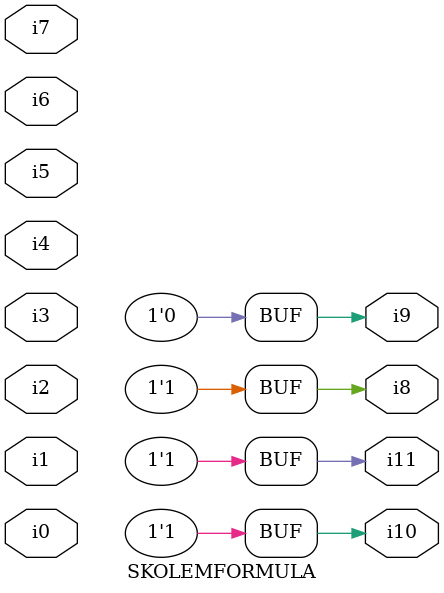
<source format=v>

module SKOLEMFORMULA ( 
    i0, i1, i2, i3, i4, i5, i6, i7,
    i8, i9, i10, i11  );
  input  i0, i1, i2, i3, i4, i5, i6, i7;
  output i8, i9, i10, i11;
  assign i8 = 1'b1;
  assign i9 = 1'b0;
  assign i10 = 1'b1;
  assign i11 = 1'b1;
endmodule



</source>
